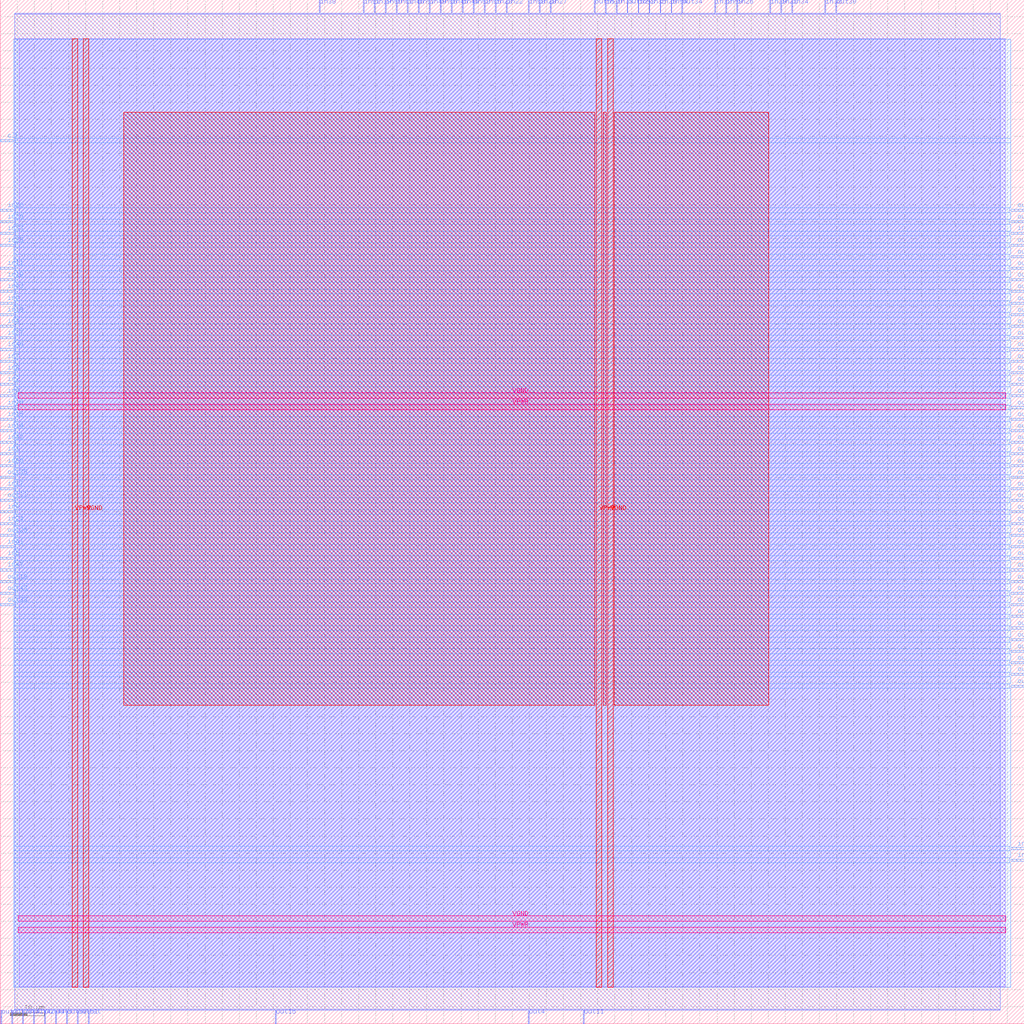
<source format=lef>
VERSION 5.7 ;
  NOWIREEXTENSIONATPIN ON ;
  DIVIDERCHAR "/" ;
  BUSBITCHARS "[]" ;
MACRO netlist_0
  CLASS BLOCK ;
  FOREIGN netlist_0 ;
  ORIGIN 0.000 0.000 ;
  SIZE 300.000 BY 300.000 ;
  PIN VGND
    DIRECTION INOUT ;
    USE GROUND ;
    PORT
      LAYER met4 ;
        RECT 24.340 10.640 25.940 288.560 ;
    END
    PORT
      LAYER met4 ;
        RECT 177.940 10.640 179.540 288.560 ;
    END
    PORT
      LAYER met5 ;
        RECT 5.280 30.030 294.640 31.630 ;
    END
    PORT
      LAYER met5 ;
        RECT 5.280 183.210 294.640 184.810 ;
    END
  END VGND
  PIN VPWR
    DIRECTION INOUT ;
    USE POWER ;
    PORT
      LAYER met4 ;
        RECT 21.040 10.640 22.640 288.560 ;
    END
    PORT
      LAYER met4 ;
        RECT 174.640 10.640 176.240 288.560 ;
    END
    PORT
      LAYER met5 ;
        RECT 5.280 26.730 294.640 28.330 ;
    END
    PORT
      LAYER met5 ;
        RECT 5.280 179.910 294.640 181.510 ;
    END
  END VPWR
  PIN clk
    DIRECTION INPUT ;
    USE SIGNAL ;
    ANTENNAGATEAREA 0.852000 ;
    ANTENNADIFFAREA 0.434700 ;
    PORT
      LAYER met3 ;
        RECT 0.000 258.440 4.000 259.040 ;
    END
  END clk
  PIN in0
    DIRECTION INPUT ;
    USE SIGNAL ;
    ANTENNAGATEAREA 0.213000 ;
    ANTENNADIFFAREA 0.434700 ;
    PORT
      LAYER met3 ;
        RECT 0.000 149.640 4.000 150.240 ;
    END
  END in0
  PIN in1
    DIRECTION INPUT ;
    USE SIGNAL ;
    ANTENNAGATEAREA 0.247500 ;
    ANTENNADIFFAREA 0.434700 ;
    PORT
      LAYER met3 ;
        RECT 0.000 166.640 4.000 167.240 ;
    END
  END in1
  PIN in10
    DIRECTION INPUT ;
    USE SIGNAL ;
    ANTENNAGATEAREA 0.213000 ;
    ANTENNADIFFAREA 0.434700 ;
    PORT
      LAYER met2 ;
        RECT 177.190 296.000 177.470 300.000 ;
    END
  END in10
  PIN in11
    DIRECTION INPUT ;
    USE SIGNAL ;
    ANTENNAGATEAREA 0.196500 ;
    ANTENNADIFFAREA 0.434700 ;
    PORT
      LAYER met3 ;
        RECT 0.000 221.040 4.000 221.640 ;
    END
  END in11
  PIN in12
    DIRECTION INPUT ;
    USE SIGNAL ;
    ANTENNAGATEAREA 0.213000 ;
    ANTENNADIFFAREA 0.434700 ;
    PORT
      LAYER met2 ;
        RECT 241.590 296.000 241.870 300.000 ;
    END
  END in12
  PIN in13
    DIRECTION INPUT ;
    USE SIGNAL ;
    ANTENNAGATEAREA 0.126000 ;
    ANTENNADIFFAREA 0.434700 ;
    PORT
      LAYER met2 ;
        RECT 180.410 296.000 180.690 300.000 ;
    END
  END in13
  PIN in14
    DIRECTION INPUT ;
    USE SIGNAL ;
    ANTENNAGATEAREA 0.196500 ;
    ANTENNADIFFAREA 0.434700 ;
    PORT
      LAYER met3 ;
        RECT 0.000 173.440 4.000 174.040 ;
    END
  END in14
  PIN in15
    DIRECTION INPUT ;
    USE SIGNAL ;
    ANTENNAGATEAREA 0.213000 ;
    ANTENNADIFFAREA 0.434700 ;
    PORT
      LAYER met3 ;
        RECT 0.000 176.840 4.000 177.440 ;
    END
  END in15
  PIN in16
    DIRECTION INPUT ;
    USE SIGNAL ;
    ANTENNAGATEAREA 0.159000 ;
    ANTENNADIFFAREA 0.434700 ;
    PORT
      LAYER met3 ;
        RECT 0.000 180.240 4.000 180.840 ;
    END
  END in16
  PIN in17
    DIRECTION INPUT ;
    USE SIGNAL ;
    ANTENNAGATEAREA 0.213000 ;
    ANTENNADIFFAREA 0.434700 ;
    PORT
      LAYER met3 ;
        RECT 0.000 156.440 4.000 157.040 ;
    END
  END in17
  PIN in18
    DIRECTION INPUT ;
    USE SIGNAL ;
    ANTENNAGATEAREA 0.213000 ;
    ANTENNADIFFAREA 0.434700 ;
    PORT
      LAYER met3 ;
        RECT 0.000 207.440 4.000 208.040 ;
    END
  END in18
  PIN in19
    DIRECTION INPUT ;
    USE SIGNAL ;
    ANTENNAGATEAREA 0.196500 ;
    ANTENNADIFFAREA 0.434700 ;
    PORT
      LAYER met3 ;
        RECT 0.000 217.640 4.000 218.240 ;
    END
  END in19
  PIN in2
    DIRECTION INPUT ;
    USE SIGNAL ;
    ANTENNAGATEAREA 0.196500 ;
    ANTENNADIFFAREA 0.434700 ;
    PORT
      LAYER met3 ;
        RECT 0.000 187.040 4.000 187.640 ;
    END
  END in2
  PIN in20
    DIRECTION INPUT ;
    USE SIGNAL ;
    ANTENNAGATEAREA 0.196500 ;
    ANTENNADIFFAREA 0.434700 ;
    PORT
      LAYER met3 ;
        RECT 0.000 238.040 4.000 238.640 ;
    END
  END in20
  PIN in21
    DIRECTION INPUT ;
    USE SIGNAL ;
    ANTENNAGATEAREA 0.213000 ;
    ANTENNADIFFAREA 0.434700 ;
    PORT
      LAYER met2 ;
        RECT 228.710 296.000 228.990 300.000 ;
    END
  END in21
  PIN in22
    DIRECTION INPUT ;
    USE SIGNAL ;
    ANTENNAGATEAREA 0.196500 ;
    ANTENNADIFFAREA 0.434700 ;
    PORT
      LAYER met2 ;
        RECT 148.210 296.000 148.490 300.000 ;
    END
  END in22
  PIN in23
    DIRECTION INPUT ;
    USE SIGNAL ;
    ANTENNAGATEAREA 0.213000 ;
    ANTENNADIFFAREA 0.434700 ;
    PORT
      LAYER met2 ;
        RECT 144.990 296.000 145.270 300.000 ;
    END
  END in23
  PIN in24
    DIRECTION INPUT ;
    USE SIGNAL ;
    ANTENNAGATEAREA 0.213000 ;
    ANTENNADIFFAREA 0.434700 ;
    PORT
      LAYER met3 ;
        RECT 0.000 146.240 4.000 146.840 ;
    END
  END in24
  PIN in25
    DIRECTION INPUT ;
    USE SIGNAL ;
    ANTENNAGATEAREA 0.196500 ;
    ANTENNADIFFAREA 0.434700 ;
    PORT
      LAYER met3 ;
        RECT 0.000 227.840 4.000 228.440 ;
    END
  END in25
  PIN in26
    DIRECTION INPUT ;
    USE SIGNAL ;
    ANTENNAGATEAREA 0.126000 ;
    ANTENNADIFFAREA 0.434700 ;
    PORT
      LAYER met2 ;
        RECT 215.830 296.000 216.110 300.000 ;
    END
  END in26
  PIN in27
    DIRECTION INPUT ;
    USE SIGNAL ;
    ANTENNAGATEAREA 0.196500 ;
    ANTENNADIFFAREA 0.434700 ;
    PORT
      LAYER met2 ;
        RECT 161.090 296.000 161.370 300.000 ;
    END
  END in27
  PIN in28
    DIRECTION INPUT ;
    USE SIGNAL ;
    ANTENNAGATEAREA 0.196500 ;
    ANTENNADIFFAREA 0.434700 ;
    PORT
      LAYER met2 ;
        RECT 157.870 296.000 158.150 300.000 ;
    END
  END in28
  PIN in29
    DIRECTION INPUT ;
    USE SIGNAL ;
    ANTENNAGATEAREA 0.247500 ;
    ANTENNADIFFAREA 0.434700 ;
    PORT
      LAYER met2 ;
        RECT 225.490 296.000 225.770 300.000 ;
    END
  END in29
  PIN in3
    DIRECTION INPUT ;
    USE SIGNAL ;
    ANTENNAGATEAREA 0.742500 ;
    ANTENNADIFFAREA 0.434700 ;
    PORT
      LAYER met3 ;
        RECT 296.000 51.040 300.000 51.640 ;
    END
  END in3
  PIN in30
    DIRECTION INPUT ;
    USE SIGNAL ;
    ANTENNAGATEAREA 0.213000 ;
    ANTENNADIFFAREA 0.434700 ;
    PORT
      LAYER met3 ;
        RECT 0.000 234.640 4.000 235.240 ;
    END
  END in30
  PIN in31
    DIRECTION INPUT ;
    USE SIGNAL ;
    ANTENNAGATEAREA 0.426000 ;
    ANTENNADIFFAREA 0.434700 ;
    PORT
      LAYER met3 ;
        RECT 296.000 47.640 300.000 48.240 ;
    END
  END in31
  PIN in32
    DIRECTION INPUT ;
    USE SIGNAL ;
    ANTENNAGATEAREA 0.196500 ;
    ANTENNADIFFAREA 0.434700 ;
    PORT
      LAYER met2 ;
        RECT 209.390 296.000 209.670 300.000 ;
    END
  END in32
  PIN in33
    DIRECTION INPUT ;
    USE SIGNAL ;
    ANTENNAGATEAREA 0.196500 ;
    ANTENNADIFFAREA 0.434700 ;
    PORT
      LAYER met3 ;
        RECT 0.000 231.240 4.000 231.840 ;
    END
  END in33
  PIN in34
    DIRECTION INPUT ;
    USE SIGNAL ;
    ANTENNAGATEAREA 0.213000 ;
    ANTENNADIFFAREA 0.434700 ;
    PORT
      LAYER met2 ;
        RECT 231.930 296.000 232.210 300.000 ;
    END
  END in34
  PIN in35
    DIRECTION INPUT ;
    USE SIGNAL ;
    ANTENNAGATEAREA 0.247500 ;
    ANTENNADIFFAREA 0.434700 ;
    PORT
      LAYER met2 ;
        RECT 193.290 296.000 193.570 300.000 ;
    END
  END in35
  PIN in36
    DIRECTION INPUT ;
    USE SIGNAL ;
    ANTENNAGATEAREA 0.126000 ;
    ANTENNADIFFAREA 0.434700 ;
    PORT
      LAYER met2 ;
        RECT 190.070 296.000 190.350 300.000 ;
    END
  END in36
  PIN in37
    DIRECTION INPUT ;
    USE SIGNAL ;
    ANTENNAGATEAREA 0.196500 ;
    ANTENNADIFFAREA 0.434700 ;
    PORT
      LAYER met3 ;
        RECT 0.000 200.640 4.000 201.240 ;
    END
  END in37
  PIN in38
    DIRECTION INPUT ;
    USE SIGNAL ;
    ANTENNAGATEAREA 0.196500 ;
    ANTENNADIFFAREA 0.434700 ;
    PORT
      LAYER met2 ;
        RECT 93.470 296.000 93.750 300.000 ;
    END
  END in38
  PIN in39
    DIRECTION INPUT ;
    USE SIGNAL ;
    ANTENNAGATEAREA 0.213000 ;
    ANTENNADIFFAREA 0.434700 ;
    PORT
      LAYER met2 ;
        RECT 109.570 296.000 109.850 300.000 ;
    END
  END in39
  PIN in4
    DIRECTION INPUT ;
    USE SIGNAL ;
    ANTENNAGATEAREA 0.196500 ;
    ANTENNADIFFAREA 0.434700 ;
    PORT
      LAYER met3 ;
        RECT 0.000 204.040 4.000 204.640 ;
    END
  END in4
  PIN in40
    DIRECTION INPUT ;
    USE SIGNAL ;
    ANTENNAGATEAREA 0.196500 ;
    ANTENNADIFFAREA 0.434700 ;
    PORT
      LAYER met3 ;
        RECT 0.000 197.240 4.000 197.840 ;
    END
  END in40
  PIN in41
    DIRECTION INPUT ;
    USE SIGNAL ;
    ANTENNAGATEAREA 0.196500 ;
    ANTENNADIFFAREA 0.434700 ;
    PORT
      LAYER met3 ;
        RECT 0.000 139.440 4.000 140.040 ;
    END
  END in41
  PIN in42
    DIRECTION INPUT ;
    USE SIGNAL ;
    ANTENNAGATEAREA 0.213000 ;
    ANTENNADIFFAREA 0.434700 ;
    PORT
      LAYER met3 ;
        RECT 0.000 170.040 4.000 170.640 ;
    END
  END in42
  PIN in43
    DIRECTION INPUT ;
    USE SIGNAL ;
    ANTENNAGATEAREA 0.196500 ;
    ANTENNADIFFAREA 0.434700 ;
    PORT
      LAYER met3 ;
        RECT 0.000 214.240 4.000 214.840 ;
    END
  END in43
  PIN in44
    DIRECTION INPUT ;
    USE SIGNAL ;
    ANTENNAGATEAREA 0.196500 ;
    ANTENNADIFFAREA 0.434700 ;
    PORT
      LAYER met2 ;
        RECT 135.330 296.000 135.610 300.000 ;
    END
  END in44
  PIN in45
    DIRECTION INPUT ;
    USE SIGNAL ;
    ANTENNAGATEAREA 0.196500 ;
    ANTENNADIFFAREA 0.434700 ;
    PORT
      LAYER met2 ;
        RECT 132.110 296.000 132.390 300.000 ;
    END
  END in45
  PIN in46
    DIRECTION INPUT ;
    USE SIGNAL ;
    ANTENNAGATEAREA 0.213000 ;
    ANTENNADIFFAREA 0.434700 ;
    PORT
      LAYER met2 ;
        RECT 119.230 296.000 119.510 300.000 ;
    END
  END in46
  PIN in47
    DIRECTION INPUT ;
    USE SIGNAL ;
    ANTENNAGATEAREA 0.159000 ;
    ANTENNADIFFAREA 0.434700 ;
    PORT
      LAYER met3 ;
        RECT 0.000 132.640 4.000 133.240 ;
    END
  END in47
  PIN in48
    DIRECTION INPUT ;
    USE SIGNAL ;
    ANTENNAGATEAREA 0.213000 ;
    ANTENNADIFFAREA 0.434700 ;
    PORT
      LAYER met3 ;
        RECT 296.000 231.240 300.000 231.840 ;
    END
  END in48
  PIN in49
    DIRECTION INPUT ;
    USE SIGNAL ;
    ANTENNAGATEAREA 0.196500 ;
    ANTENNADIFFAREA 0.434700 ;
    PORT
      LAYER met2 ;
        RECT 125.670 296.000 125.950 300.000 ;
    END
  END in49
  PIN in5
    DIRECTION INPUT ;
    USE SIGNAL ;
    ANTENNAGATEAREA 0.196500 ;
    ANTENNADIFFAREA 0.434700 ;
    PORT
      LAYER met3 ;
        RECT 0.000 136.040 4.000 136.640 ;
    END
  END in5
  PIN in50
    DIRECTION INPUT ;
    USE SIGNAL ;
    ANTENNAGATEAREA 0.196500 ;
    ANTENNADIFFAREA 0.434700 ;
    PORT
      LAYER met2 ;
        RECT 112.790 296.000 113.070 300.000 ;
    END
  END in50
  PIN in51
    DIRECTION INPUT ;
    USE SIGNAL ;
    ANTENNAGATEAREA 0.196500 ;
    ANTENNADIFFAREA 0.434700 ;
    PORT
      LAYER met2 ;
        RECT 106.350 296.000 106.630 300.000 ;
    END
  END in51
  PIN in52
    DIRECTION INPUT ;
    USE SIGNAL ;
    ANTENNAGATEAREA 0.196500 ;
    ANTENNADIFFAREA 0.434700 ;
    PORT
      LAYER met2 ;
        RECT 138.550 296.000 138.830 300.000 ;
    END
  END in52
  PIN in53
    DIRECTION INPUT ;
    USE SIGNAL ;
    ANTENNAGATEAREA 0.196500 ;
    ANTENNADIFFAREA 0.434700 ;
    PORT
      LAYER met2 ;
        RECT 186.850 296.000 187.130 300.000 ;
    END
  END in53
  PIN in54
    DIRECTION INPUT ;
    USE SIGNAL ;
    ANTENNAGATEAREA 0.213000 ;
    ANTENNADIFFAREA 0.434700 ;
    PORT
      LAYER met2 ;
        RECT 196.510 296.000 196.790 300.000 ;
    END
  END in54
  PIN in55
    DIRECTION INPUT ;
    USE SIGNAL ;
    ANTENNAGATEAREA 0.126000 ;
    ANTENNADIFFAREA 0.434700 ;
    PORT
      LAYER met2 ;
        RECT 141.770 296.000 142.050 300.000 ;
    END
  END in55
  PIN in56
    DIRECTION INPUT ;
    USE SIGNAL ;
    ANTENNAGATEAREA 0.213000 ;
    ANTENNADIFFAREA 0.434700 ;
    PORT
      LAYER met2 ;
        RECT 128.890 296.000 129.170 300.000 ;
    END
  END in56
  PIN in57
    DIRECTION INPUT ;
    USE SIGNAL ;
    ANTENNAGATEAREA 0.196500 ;
    ANTENNADIFFAREA 0.434700 ;
    PORT
      LAYER met2 ;
        RECT 122.450 296.000 122.730 300.000 ;
    END
  END in57
  PIN in58
    DIRECTION INPUT ;
    USE SIGNAL ;
    ANTENNAGATEAREA 0.247500 ;
    ANTENNADIFFAREA 0.434700 ;
    PORT
      LAYER met2 ;
        RECT 154.650 296.000 154.930 300.000 ;
    END
  END in58
  PIN in59
    DIRECTION INPUT ;
    USE SIGNAL ;
    ANTENNAGATEAREA 0.126000 ;
    ANTENNADIFFAREA 0.434700 ;
    PORT
      LAYER met2 ;
        RECT 212.610 296.000 212.890 300.000 ;
    END
  END in59
  PIN in6
    DIRECTION INPUT ;
    USE SIGNAL ;
    ANTENNAGATEAREA 0.196500 ;
    ANTENNADIFFAREA 0.434700 ;
    PORT
      LAYER met3 ;
        RECT 0.000 183.640 4.000 184.240 ;
    END
  END in6
  PIN in60
    DIRECTION INPUT ;
    USE SIGNAL ;
    ANTENNAGATEAREA 0.196500 ;
    ANTENNADIFFAREA 0.434700 ;
    PORT
      LAYER met3 ;
        RECT 0.000 163.240 4.000 163.840 ;
    END
  END in60
  PIN in61
    DIRECTION INPUT ;
    USE SIGNAL ;
    ANTENNAGATEAREA 0.196500 ;
    ANTENNADIFFAREA 0.434700 ;
    PORT
      LAYER met2 ;
        RECT 116.010 296.000 116.290 300.000 ;
    END
  END in61
  PIN in7
    DIRECTION INPUT ;
    USE SIGNAL ;
    ANTENNAGATEAREA 0.159000 ;
    ANTENNADIFFAREA 0.434700 ;
    PORT
      LAYER met3 ;
        RECT 0.000 193.840 4.000 194.440 ;
    END
  END in7
  PIN in8
    DIRECTION INPUT ;
    USE SIGNAL ;
    ANTENNAGATEAREA 0.126000 ;
    ANTENNADIFFAREA 0.434700 ;
    PORT
      LAYER met3 ;
        RECT 0.000 190.440 4.000 191.040 ;
    END
  END in8
  PIN in9
    DIRECTION INPUT ;
    USE SIGNAL ;
    ANTENNAGATEAREA 0.213000 ;
    ANTENNADIFFAREA 0.434700 ;
    PORT
      LAYER met3 ;
        RECT 0.000 210.840 4.000 211.440 ;
    END
  END in9
  PIN out0
    DIRECTION OUTPUT ;
    USE SIGNAL ;
    ANTENNADIFFAREA 0.445500 ;
    PORT
      LAYER met3 ;
        RECT 296.000 132.640 300.000 133.240 ;
    END
  END out0
  PIN out1
    DIRECTION OUTPUT ;
    USE SIGNAL ;
    ANTENNADIFFAREA 0.340600 ;
    PORT
      LAYER met3 ;
        RECT 296.000 136.040 300.000 136.640 ;
    END
  END out1
  PIN out10
    DIRECTION OUTPUT ;
    USE SIGNAL ;
    ANTENNADIFFAREA 0.340600 ;
    PORT
      LAYER met3 ;
        RECT 296.000 108.840 300.000 109.440 ;
    END
  END out10
  PIN out11
    DIRECTION OUTPUT ;
    USE SIGNAL ;
    ANTENNADIFFAREA 0.445500 ;
    PORT
      LAYER met2 ;
        RECT 170.750 0.000 171.030 4.000 ;
    END
  END out11
  PIN out12
    DIRECTION OUTPUT ;
    USE SIGNAL ;
    ANTENNADIFFAREA 0.445500 ;
    PORT
      LAYER met3 ;
        RECT 296.000 163.240 300.000 163.840 ;
    END
  END out12
  PIN out13
    DIRECTION OUTPUT ;
    USE SIGNAL ;
    ANTENNADIFFAREA 0.445500 ;
    PORT
      LAYER met3 ;
        RECT 296.000 125.840 300.000 126.440 ;
    END
  END out13
  PIN out14
    DIRECTION OUTPUT ;
    USE SIGNAL ;
    ANTENNADIFFAREA 0.445500 ;
    PORT
      LAYER met3 ;
        RECT 296.000 139.440 300.000 140.040 ;
    END
  END out14
  PIN out15
    DIRECTION OUTPUT ;
    USE SIGNAL ;
    ANTENNADIFFAREA 0.340600 ;
    PORT
      LAYER met2 ;
        RECT 80.590 0.000 80.870 4.000 ;
    END
  END out15
  PIN out16
    DIRECTION OUTPUT ;
    USE SIGNAL ;
    ANTENNADIFFAREA 0.445500 ;
    PORT
      LAYER met3 ;
        RECT 296.000 102.040 300.000 102.640 ;
    END
  END out16
  PIN out17
    DIRECTION OUTPUT ;
    USE SIGNAL ;
    ANTENNADIFFAREA 0.340600 ;
    PORT
      LAYER met3 ;
        RECT 296.000 112.240 300.000 112.840 ;
    END
  END out17
  PIN out18
    DIRECTION OUTPUT ;
    USE SIGNAL ;
    ANTENNADIFFAREA 0.445500 ;
    PORT
      LAYER met3 ;
        RECT 296.000 224.440 300.000 225.040 ;
    END
  END out18
  PIN out19
    DIRECTION OUTPUT ;
    USE SIGNAL ;
    ANTENNADIFFAREA 0.445500 ;
    PORT
      LAYER met3 ;
        RECT 0.000 129.240 4.000 129.840 ;
    END
  END out19
  PIN out2
    DIRECTION OUTPUT ;
    USE SIGNAL ;
    ANTENNADIFFAREA 0.445500 ;
    PORT
      LAYER met3 ;
        RECT 296.000 115.640 300.000 116.240 ;
    END
  END out2
  PIN out20
    DIRECTION OUTPUT ;
    USE SIGNAL ;
    ANTENNADIFFAREA 0.445500 ;
    PORT
      LAYER met3 ;
        RECT 296.000 98.640 300.000 99.240 ;
    END
  END out20
  PIN out21
    DIRECTION OUTPUT ;
    USE SIGNAL ;
    PORT
      LAYER met2 ;
        RECT 0.090 0.000 0.370 4.000 ;
    END
  END out21
  PIN out22
    DIRECTION OUTPUT ;
    USE SIGNAL ;
    ANTENNADIFFAREA 0.445500 ;
    PORT
      LAYER met3 ;
        RECT 296.000 227.840 300.000 228.440 ;
    END
  END out22
  PIN out23
    DIRECTION OUTPUT ;
    USE SIGNAL ;
    ANTENNADIFFAREA 0.445500 ;
    PORT
      LAYER met3 ;
        RECT 296.000 146.240 300.000 146.840 ;
    END
  END out23
  PIN out24
    DIRECTION OUTPUT ;
    USE SIGNAL ;
    ANTENNADIFFAREA 0.445500 ;
    PORT
      LAYER met3 ;
        RECT 296.000 149.640 300.000 150.240 ;
    END
  END out24
  PIN out25
    DIRECTION OUTPUT ;
    USE SIGNAL ;
    ANTENNADIFFAREA 0.445500 ;
    PORT
      LAYER met3 ;
        RECT 296.000 142.840 300.000 143.440 ;
    END
  END out25
  PIN out26
    DIRECTION OUTPUT ;
    USE SIGNAL ;
    ANTENNADIFFAREA 0.340600 ;
    PORT
      LAYER met3 ;
        RECT 0.000 142.840 4.000 143.440 ;
    END
  END out26
  PIN out27
    DIRECTION OUTPUT ;
    USE SIGNAL ;
    ANTENNADIFFAREA 0.445500 ;
    PORT
      LAYER met3 ;
        RECT 296.000 153.040 300.000 153.640 ;
    END
  END out27
  PIN out28
    DIRECTION OUTPUT ;
    USE SIGNAL ;
    PORT
      LAYER met2 ;
        RECT 3.310 0.000 3.590 4.000 ;
    END
  END out28
  PIN out29
    DIRECTION OUTPUT ;
    USE SIGNAL ;
    ANTENNADIFFAREA 0.445500 ;
    PORT
      LAYER met3 ;
        RECT 296.000 190.440 300.000 191.040 ;
    END
  END out29
  PIN out3
    DIRECTION OUTPUT ;
    USE SIGNAL ;
    ANTENNADIFFAREA 0.445500 ;
    PORT
      LAYER met3 ;
        RECT 296.000 105.440 300.000 106.040 ;
    END
  END out3
  PIN out30
    DIRECTION OUTPUT ;
    USE SIGNAL ;
    ANTENNADIFFAREA 0.795200 ;
    PORT
      LAYER met2 ;
        RECT 244.810 296.000 245.090 300.000 ;
    END
  END out30
  PIN out31
    DIRECTION OUTPUT ;
    USE SIGNAL ;
    ANTENNADIFFAREA 0.445500 ;
    PORT
      LAYER met3 ;
        RECT 296.000 238.040 300.000 238.640 ;
    END
  END out31
  PIN out32
    DIRECTION OUTPUT ;
    USE SIGNAL ;
    ANTENNADIFFAREA 0.445500 ;
    PORT
      LAYER met3 ;
        RECT 296.000 187.040 300.000 187.640 ;
    END
  END out32
  PIN out33
    DIRECTION OUTPUT ;
    USE SIGNAL ;
    ANTENNADIFFAREA 0.445500 ;
    PORT
      LAYER met3 ;
        RECT 0.000 153.040 4.000 153.640 ;
    END
  END out33
  PIN out34
    DIRECTION OUTPUT ;
    USE SIGNAL ;
    ANTENNADIFFAREA 0.340600 ;
    PORT
      LAYER met2 ;
        RECT 199.730 296.000 200.010 300.000 ;
    END
  END out34
  PIN out35
    DIRECTION OUTPUT ;
    USE SIGNAL ;
    ANTENNADIFFAREA 0.445500 ;
    PORT
      LAYER met3 ;
        RECT 0.000 159.840 4.000 160.440 ;
    END
  END out35
  PIN out36
    DIRECTION OUTPUT ;
    USE SIGNAL ;
    ANTENNADIFFAREA 0.445500 ;
    PORT
      LAYER met3 ;
        RECT 296.000 214.240 300.000 214.840 ;
    END
  END out36
  PIN out37
    DIRECTION OUTPUT ;
    USE SIGNAL ;
    ANTENNADIFFAREA 0.445500 ;
    PORT
      LAYER met3 ;
        RECT 296.000 159.840 300.000 160.440 ;
    END
  END out37
  PIN out38
    DIRECTION OUTPUT ;
    USE SIGNAL ;
    ANTENNADIFFAREA 0.445500 ;
    PORT
      LAYER met3 ;
        RECT 0.000 122.440 4.000 123.040 ;
    END
  END out38
  PIN out39
    DIRECTION OUTPUT ;
    USE SIGNAL ;
    ANTENNADIFFAREA 0.340600 ;
    PORT
      LAYER met3 ;
        RECT 296.000 166.640 300.000 167.240 ;
    END
  END out39
  PIN out4
    DIRECTION OUTPUT ;
    USE SIGNAL ;
    ANTENNADIFFAREA 0.340600 ;
    PORT
      LAYER met2 ;
        RECT 154.650 0.000 154.930 4.000 ;
    END
  END out4
  PIN out40
    DIRECTION OUTPUT ;
    USE SIGNAL ;
    ANTENNADIFFAREA 0.340600 ;
    PORT
      LAYER met3 ;
        RECT 296.000 210.840 300.000 211.440 ;
    END
  END out40
  PIN out41
    DIRECTION OUTPUT ;
    USE SIGNAL ;
    PORT
      LAYER met2 ;
        RECT 6.530 0.000 6.810 4.000 ;
    END
  END out41
  PIN out42
    DIRECTION OUTPUT ;
    USE SIGNAL ;
    PORT
      LAYER met2 ;
        RECT 9.750 0.000 10.030 4.000 ;
    END
  END out42
  PIN out43
    DIRECTION OUTPUT ;
    USE SIGNAL ;
    ANTENNADIFFAREA 0.445500 ;
    PORT
      LAYER met3 ;
        RECT 0.000 125.840 4.000 126.440 ;
    END
  END out43
  PIN out44
    DIRECTION OUTPUT ;
    USE SIGNAL ;
    PORT
      LAYER met2 ;
        RECT 12.970 0.000 13.250 4.000 ;
    END
  END out44
  PIN out45
    DIRECTION OUTPUT ;
    USE SIGNAL ;
    ANTENNADIFFAREA 0.445500 ;
    PORT
      LAYER met3 ;
        RECT 296.000 176.840 300.000 177.440 ;
    END
  END out45
  PIN out46
    DIRECTION OUTPUT ;
    USE SIGNAL ;
    ANTENNADIFFAREA 0.445500 ;
    PORT
      LAYER met3 ;
        RECT 296.000 180.240 300.000 180.840 ;
    END
  END out46
  PIN out47
    DIRECTION OUTPUT ;
    USE SIGNAL ;
    ANTENNADIFFAREA 0.445500 ;
    PORT
      LAYER met3 ;
        RECT 296.000 234.640 300.000 235.240 ;
    END
  END out47
  PIN out48
    DIRECTION OUTPUT ;
    USE SIGNAL ;
    ANTENNADIFFAREA 0.340600 ;
    PORT
      LAYER met3 ;
        RECT 296.000 207.440 300.000 208.040 ;
    END
  END out48
  PIN out49
    DIRECTION OUTPUT ;
    USE SIGNAL ;
    ANTENNADIFFAREA 0.445500 ;
    PORT
      LAYER met3 ;
        RECT 296.000 193.840 300.000 194.440 ;
    END
  END out49
  PIN out5
    DIRECTION OUTPUT ;
    USE SIGNAL ;
    PORT
      LAYER met2 ;
        RECT 16.190 0.000 16.470 4.000 ;
    END
  END out5
  PIN out50
    DIRECTION OUTPUT ;
    USE SIGNAL ;
    PORT
      LAYER met2 ;
        RECT 19.410 0.000 19.690 4.000 ;
    END
  END out50
  PIN out51
    DIRECTION OUTPUT ;
    USE SIGNAL ;
    PORT
      LAYER met2 ;
        RECT 22.630 0.000 22.910 4.000 ;
    END
  END out51
  PIN out52
    DIRECTION OUTPUT ;
    USE SIGNAL ;
    ANTENNADIFFAREA 0.795200 ;
    PORT
      LAYER met2 ;
        RECT 183.630 296.000 183.910 300.000 ;
    END
  END out52
  PIN out53
    DIRECTION OUTPUT ;
    USE SIGNAL ;
    ANTENNADIFFAREA 0.445500 ;
    PORT
      LAYER met3 ;
        RECT 296.000 204.040 300.000 204.640 ;
    END
  END out53
  PIN out54
    DIRECTION OUTPUT ;
    USE SIGNAL ;
    ANTENNADIFFAREA 0.340600 ;
    PORT
      LAYER met3 ;
        RECT 296.000 217.640 300.000 218.240 ;
    END
  END out54
  PIN out55
    DIRECTION OUTPUT ;
    USE SIGNAL ;
    ANTENNADIFFAREA 0.795200 ;
    PORT
      LAYER met2 ;
        RECT 173.970 296.000 174.250 300.000 ;
    END
  END out55
  PIN out56
    DIRECTION OUTPUT ;
    USE SIGNAL ;
    ANTENNADIFFAREA 0.445500 ;
    PORT
      LAYER met3 ;
        RECT 296.000 200.640 300.000 201.240 ;
    END
  END out56
  PIN out57
    DIRECTION OUTPUT ;
    USE SIGNAL ;
    ANTENNADIFFAREA 0.445500 ;
    PORT
      LAYER met3 ;
        RECT 296.000 221.040 300.000 221.640 ;
    END
  END out57
  PIN out58
    DIRECTION OUTPUT ;
    USE SIGNAL ;
    ANTENNADIFFAREA 0.445500 ;
    PORT
      LAYER met3 ;
        RECT 296.000 173.440 300.000 174.040 ;
    END
  END out58
  PIN out59
    DIRECTION OUTPUT ;
    USE SIGNAL ;
    ANTENNADIFFAREA 0.445500 ;
    PORT
      LAYER met3 ;
        RECT 296.000 170.040 300.000 170.640 ;
    END
  END out59
  PIN out6
    DIRECTION OUTPUT ;
    USE SIGNAL ;
    ANTENNADIFFAREA 0.340600 ;
    PORT
      LAYER met3 ;
        RECT 296.000 156.440 300.000 157.040 ;
    END
  END out6
  PIN out60
    DIRECTION OUTPUT ;
    USE SIGNAL ;
    ANTENNADIFFAREA 0.445500 ;
    PORT
      LAYER met3 ;
        RECT 296.000 197.240 300.000 197.840 ;
    END
  END out60
  PIN out61
    DIRECTION OUTPUT ;
    USE SIGNAL ;
    ANTENNADIFFAREA 0.340600 ;
    PORT
      LAYER met3 ;
        RECT 296.000 183.640 300.000 184.240 ;
    END
  END out61
  PIN out7
    DIRECTION OUTPUT ;
    USE SIGNAL ;
    ANTENNADIFFAREA 0.445500 ;
    PORT
      LAYER met3 ;
        RECT 296.000 119.040 300.000 119.640 ;
    END
  END out7
  PIN out8
    DIRECTION OUTPUT ;
    USE SIGNAL ;
    ANTENNADIFFAREA 0.445500 ;
    PORT
      LAYER met3 ;
        RECT 296.000 122.440 300.000 123.040 ;
    END
  END out8
  PIN out9
    DIRECTION OUTPUT ;
    USE SIGNAL ;
    ANTENNADIFFAREA 0.445500 ;
    PORT
      LAYER met3 ;
        RECT 296.000 129.240 300.000 129.840 ;
    END
  END out9
  PIN rst
    DIRECTION INPUT ;
    USE SIGNAL ;
    PORT
      LAYER met2 ;
        RECT 25.850 0.000 26.130 4.000 ;
    END
  END rst
  OBS
      LAYER li1 ;
        RECT 5.520 10.795 294.400 288.405 ;
      LAYER met1 ;
        RECT 4.210 10.640 294.400 288.560 ;
      LAYER met2 ;
        RECT 4.230 295.720 93.190 296.000 ;
        RECT 94.030 295.720 106.070 296.000 ;
        RECT 106.910 295.720 109.290 296.000 ;
        RECT 110.130 295.720 112.510 296.000 ;
        RECT 113.350 295.720 115.730 296.000 ;
        RECT 116.570 295.720 118.950 296.000 ;
        RECT 119.790 295.720 122.170 296.000 ;
        RECT 123.010 295.720 125.390 296.000 ;
        RECT 126.230 295.720 128.610 296.000 ;
        RECT 129.450 295.720 131.830 296.000 ;
        RECT 132.670 295.720 135.050 296.000 ;
        RECT 135.890 295.720 138.270 296.000 ;
        RECT 139.110 295.720 141.490 296.000 ;
        RECT 142.330 295.720 144.710 296.000 ;
        RECT 145.550 295.720 147.930 296.000 ;
        RECT 148.770 295.720 154.370 296.000 ;
        RECT 155.210 295.720 157.590 296.000 ;
        RECT 158.430 295.720 160.810 296.000 ;
        RECT 161.650 295.720 173.690 296.000 ;
        RECT 174.530 295.720 176.910 296.000 ;
        RECT 177.750 295.720 180.130 296.000 ;
        RECT 180.970 295.720 183.350 296.000 ;
        RECT 184.190 295.720 186.570 296.000 ;
        RECT 187.410 295.720 189.790 296.000 ;
        RECT 190.630 295.720 193.010 296.000 ;
        RECT 193.850 295.720 196.230 296.000 ;
        RECT 197.070 295.720 199.450 296.000 ;
        RECT 200.290 295.720 209.110 296.000 ;
        RECT 209.950 295.720 212.330 296.000 ;
        RECT 213.170 295.720 215.550 296.000 ;
        RECT 216.390 295.720 225.210 296.000 ;
        RECT 226.050 295.720 228.430 296.000 ;
        RECT 229.270 295.720 231.650 296.000 ;
        RECT 232.490 295.720 241.310 296.000 ;
        RECT 242.150 295.720 244.530 296.000 ;
        RECT 245.370 295.720 292.930 296.000 ;
        RECT 4.230 4.280 292.930 295.720 ;
        RECT 4.230 4.000 6.250 4.280 ;
        RECT 7.090 4.000 9.470 4.280 ;
        RECT 10.310 4.000 12.690 4.280 ;
        RECT 13.530 4.000 15.910 4.280 ;
        RECT 16.750 4.000 19.130 4.280 ;
        RECT 19.970 4.000 22.350 4.280 ;
        RECT 23.190 4.000 25.570 4.280 ;
        RECT 26.410 4.000 80.310 4.280 ;
        RECT 81.150 4.000 154.370 4.280 ;
        RECT 155.210 4.000 170.470 4.280 ;
        RECT 171.310 4.000 292.930 4.280 ;
      LAYER met3 ;
        RECT 3.990 259.440 296.000 288.485 ;
        RECT 4.400 258.040 296.000 259.440 ;
        RECT 3.990 239.040 296.000 258.040 ;
        RECT 4.400 237.640 295.600 239.040 ;
        RECT 3.990 235.640 296.000 237.640 ;
        RECT 4.400 234.240 295.600 235.640 ;
        RECT 3.990 232.240 296.000 234.240 ;
        RECT 4.400 230.840 295.600 232.240 ;
        RECT 3.990 228.840 296.000 230.840 ;
        RECT 4.400 227.440 295.600 228.840 ;
        RECT 3.990 225.440 296.000 227.440 ;
        RECT 3.990 224.040 295.600 225.440 ;
        RECT 3.990 222.040 296.000 224.040 ;
        RECT 4.400 220.640 295.600 222.040 ;
        RECT 3.990 218.640 296.000 220.640 ;
        RECT 4.400 217.240 295.600 218.640 ;
        RECT 3.990 215.240 296.000 217.240 ;
        RECT 4.400 213.840 295.600 215.240 ;
        RECT 3.990 211.840 296.000 213.840 ;
        RECT 4.400 210.440 295.600 211.840 ;
        RECT 3.990 208.440 296.000 210.440 ;
        RECT 4.400 207.040 295.600 208.440 ;
        RECT 3.990 205.040 296.000 207.040 ;
        RECT 4.400 203.640 295.600 205.040 ;
        RECT 3.990 201.640 296.000 203.640 ;
        RECT 4.400 200.240 295.600 201.640 ;
        RECT 3.990 198.240 296.000 200.240 ;
        RECT 4.400 196.840 295.600 198.240 ;
        RECT 3.990 194.840 296.000 196.840 ;
        RECT 4.400 193.440 295.600 194.840 ;
        RECT 3.990 191.440 296.000 193.440 ;
        RECT 4.400 190.040 295.600 191.440 ;
        RECT 3.990 188.040 296.000 190.040 ;
        RECT 4.400 186.640 295.600 188.040 ;
        RECT 3.990 184.640 296.000 186.640 ;
        RECT 4.400 183.240 295.600 184.640 ;
        RECT 3.990 181.240 296.000 183.240 ;
        RECT 4.400 179.840 295.600 181.240 ;
        RECT 3.990 177.840 296.000 179.840 ;
        RECT 4.400 176.440 295.600 177.840 ;
        RECT 3.990 174.440 296.000 176.440 ;
        RECT 4.400 173.040 295.600 174.440 ;
        RECT 3.990 171.040 296.000 173.040 ;
        RECT 4.400 169.640 295.600 171.040 ;
        RECT 3.990 167.640 296.000 169.640 ;
        RECT 4.400 166.240 295.600 167.640 ;
        RECT 3.990 164.240 296.000 166.240 ;
        RECT 4.400 162.840 295.600 164.240 ;
        RECT 3.990 160.840 296.000 162.840 ;
        RECT 4.400 159.440 295.600 160.840 ;
        RECT 3.990 157.440 296.000 159.440 ;
        RECT 4.400 156.040 295.600 157.440 ;
        RECT 3.990 154.040 296.000 156.040 ;
        RECT 4.400 152.640 295.600 154.040 ;
        RECT 3.990 150.640 296.000 152.640 ;
        RECT 4.400 149.240 295.600 150.640 ;
        RECT 3.990 147.240 296.000 149.240 ;
        RECT 4.400 145.840 295.600 147.240 ;
        RECT 3.990 143.840 296.000 145.840 ;
        RECT 4.400 142.440 295.600 143.840 ;
        RECT 3.990 140.440 296.000 142.440 ;
        RECT 4.400 139.040 295.600 140.440 ;
        RECT 3.990 137.040 296.000 139.040 ;
        RECT 4.400 135.640 295.600 137.040 ;
        RECT 3.990 133.640 296.000 135.640 ;
        RECT 4.400 132.240 295.600 133.640 ;
        RECT 3.990 130.240 296.000 132.240 ;
        RECT 4.400 128.840 295.600 130.240 ;
        RECT 3.990 126.840 296.000 128.840 ;
        RECT 4.400 125.440 295.600 126.840 ;
        RECT 3.990 123.440 296.000 125.440 ;
        RECT 4.400 122.040 295.600 123.440 ;
        RECT 3.990 120.040 296.000 122.040 ;
        RECT 3.990 118.640 295.600 120.040 ;
        RECT 3.990 116.640 296.000 118.640 ;
        RECT 3.990 115.240 295.600 116.640 ;
        RECT 3.990 113.240 296.000 115.240 ;
        RECT 3.990 111.840 295.600 113.240 ;
        RECT 3.990 109.840 296.000 111.840 ;
        RECT 3.990 108.440 295.600 109.840 ;
        RECT 3.990 106.440 296.000 108.440 ;
        RECT 3.990 105.040 295.600 106.440 ;
        RECT 3.990 103.040 296.000 105.040 ;
        RECT 3.990 101.640 295.600 103.040 ;
        RECT 3.990 99.640 296.000 101.640 ;
        RECT 3.990 98.240 295.600 99.640 ;
        RECT 3.990 52.040 296.000 98.240 ;
        RECT 3.990 50.640 295.600 52.040 ;
        RECT 3.990 48.640 296.000 50.640 ;
        RECT 3.990 47.240 295.600 48.640 ;
        RECT 3.990 10.715 296.000 47.240 ;
      LAYER met4 ;
        RECT 36.175 93.335 174.240 267.065 ;
        RECT 176.640 93.335 177.540 267.065 ;
        RECT 179.940 93.335 225.105 267.065 ;
  END
END netlist_0
END LIBRARY


</source>
